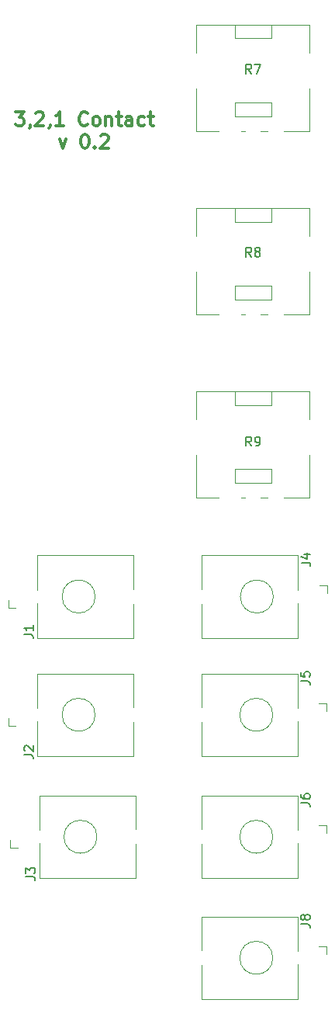
<source format=gbr>
%TF.GenerationSoftware,KiCad,Pcbnew,(6.0.4-0)*%
%TF.CreationDate,2022-12-21T08:50:29-08:00*%
%TF.ProjectId,contact,636f6e74-6163-4742-9e6b-696361645f70,rev?*%
%TF.SameCoordinates,Original*%
%TF.FileFunction,Legend,Top*%
%TF.FilePolarity,Positive*%
%FSLAX46Y46*%
G04 Gerber Fmt 4.6, Leading zero omitted, Abs format (unit mm)*
G04 Created by KiCad (PCBNEW (6.0.4-0)) date 2022-12-21 08:50:29*
%MOMM*%
%LPD*%
G01*
G04 APERTURE LIST*
%ADD10C,0.300000*%
%ADD11C,0.150000*%
%ADD12C,0.120000*%
G04 APERTURE END LIST*
D10*
X150615000Y-48771071D02*
X151543571Y-48771071D01*
X151043571Y-49342500D01*
X151257857Y-49342500D01*
X151400714Y-49413928D01*
X151472142Y-49485357D01*
X151543571Y-49628214D01*
X151543571Y-49985357D01*
X151472142Y-50128214D01*
X151400714Y-50199642D01*
X151257857Y-50271071D01*
X150829285Y-50271071D01*
X150686428Y-50199642D01*
X150615000Y-50128214D01*
X152257857Y-50199642D02*
X152257857Y-50271071D01*
X152186428Y-50413928D01*
X152115000Y-50485357D01*
X152829285Y-48913928D02*
X152900714Y-48842500D01*
X153043571Y-48771071D01*
X153400714Y-48771071D01*
X153543571Y-48842500D01*
X153615000Y-48913928D01*
X153686428Y-49056785D01*
X153686428Y-49199642D01*
X153615000Y-49413928D01*
X152757857Y-50271071D01*
X153686428Y-50271071D01*
X154400714Y-50199642D02*
X154400714Y-50271071D01*
X154329285Y-50413928D01*
X154257857Y-50485357D01*
X155829285Y-50271071D02*
X154972142Y-50271071D01*
X155400714Y-50271071D02*
X155400714Y-48771071D01*
X155257857Y-48985357D01*
X155115000Y-49128214D01*
X154972142Y-49199642D01*
X158472142Y-50128214D02*
X158400714Y-50199642D01*
X158186428Y-50271071D01*
X158043571Y-50271071D01*
X157829285Y-50199642D01*
X157686428Y-50056785D01*
X157615000Y-49913928D01*
X157543571Y-49628214D01*
X157543571Y-49413928D01*
X157615000Y-49128214D01*
X157686428Y-48985357D01*
X157829285Y-48842500D01*
X158043571Y-48771071D01*
X158186428Y-48771071D01*
X158400714Y-48842500D01*
X158472142Y-48913928D01*
X159329285Y-50271071D02*
X159186428Y-50199642D01*
X159115000Y-50128214D01*
X159043571Y-49985357D01*
X159043571Y-49556785D01*
X159115000Y-49413928D01*
X159186428Y-49342500D01*
X159329285Y-49271071D01*
X159543571Y-49271071D01*
X159686428Y-49342500D01*
X159757857Y-49413928D01*
X159829285Y-49556785D01*
X159829285Y-49985357D01*
X159757857Y-50128214D01*
X159686428Y-50199642D01*
X159543571Y-50271071D01*
X159329285Y-50271071D01*
X160472142Y-49271071D02*
X160472142Y-50271071D01*
X160472142Y-49413928D02*
X160543571Y-49342500D01*
X160686428Y-49271071D01*
X160900714Y-49271071D01*
X161043571Y-49342500D01*
X161115000Y-49485357D01*
X161115000Y-50271071D01*
X161615000Y-49271071D02*
X162186428Y-49271071D01*
X161829285Y-48771071D02*
X161829285Y-50056785D01*
X161900714Y-50199642D01*
X162043571Y-50271071D01*
X162186428Y-50271071D01*
X163329285Y-50271071D02*
X163329285Y-49485357D01*
X163257857Y-49342500D01*
X163115000Y-49271071D01*
X162829285Y-49271071D01*
X162686428Y-49342500D01*
X163329285Y-50199642D02*
X163186428Y-50271071D01*
X162829285Y-50271071D01*
X162686428Y-50199642D01*
X162615000Y-50056785D01*
X162615000Y-49913928D01*
X162686428Y-49771071D01*
X162829285Y-49699642D01*
X163186428Y-49699642D01*
X163329285Y-49628214D01*
X164686428Y-50199642D02*
X164543571Y-50271071D01*
X164257857Y-50271071D01*
X164115000Y-50199642D01*
X164043571Y-50128214D01*
X163972142Y-49985357D01*
X163972142Y-49556785D01*
X164043571Y-49413928D01*
X164115000Y-49342500D01*
X164257857Y-49271071D01*
X164543571Y-49271071D01*
X164686428Y-49342500D01*
X165115000Y-49271071D02*
X165686428Y-49271071D01*
X165329285Y-48771071D02*
X165329285Y-50056785D01*
X165400714Y-50199642D01*
X165543571Y-50271071D01*
X165686428Y-50271071D01*
X155400714Y-51686071D02*
X155757857Y-52686071D01*
X156115000Y-51686071D01*
X158115000Y-51186071D02*
X158257857Y-51186071D01*
X158400714Y-51257500D01*
X158472142Y-51328928D01*
X158543571Y-51471785D01*
X158615000Y-51757500D01*
X158615000Y-52114642D01*
X158543571Y-52400357D01*
X158472142Y-52543214D01*
X158400714Y-52614642D01*
X158257857Y-52686071D01*
X158115000Y-52686071D01*
X157972142Y-52614642D01*
X157900714Y-52543214D01*
X157829285Y-52400357D01*
X157757857Y-52114642D01*
X157757857Y-51757500D01*
X157829285Y-51471785D01*
X157900714Y-51328928D01*
X157972142Y-51257500D01*
X158115000Y-51186071D01*
X159257857Y-52543214D02*
X159329285Y-52614642D01*
X159257857Y-52686071D01*
X159186428Y-52614642D01*
X159257857Y-52543214D01*
X159257857Y-52686071D01*
X159900714Y-51328928D02*
X159972142Y-51257500D01*
X160115000Y-51186071D01*
X160472142Y-51186071D01*
X160615000Y-51257500D01*
X160686428Y-51328928D01*
X160757857Y-51471785D01*
X160757857Y-51614642D01*
X160686428Y-51828928D01*
X159829285Y-52686071D01*
X160757857Y-52686071D01*
D11*
%TO.C,R7*%
X176363333Y-44557380D02*
X176030000Y-44081190D01*
X175791904Y-44557380D02*
X175791904Y-43557380D01*
X176172857Y-43557380D01*
X176268095Y-43605000D01*
X176315714Y-43652619D01*
X176363333Y-43747857D01*
X176363333Y-43890714D01*
X176315714Y-43985952D01*
X176268095Y-44033571D01*
X176172857Y-44081190D01*
X175791904Y-44081190D01*
X176696666Y-43557380D02*
X177363333Y-43557380D01*
X176934761Y-44557380D01*
%TO.C,J1*%
X151552380Y-105743333D02*
X152266666Y-105743333D01*
X152409523Y-105790952D01*
X152504761Y-105886190D01*
X152552380Y-106029047D01*
X152552380Y-106124285D01*
X152552380Y-104743333D02*
X152552380Y-105314761D01*
X152552380Y-105029047D02*
X151552380Y-105029047D01*
X151695238Y-105124285D01*
X151790476Y-105219523D01*
X151838095Y-105314761D01*
%TO.C,J5*%
X181752380Y-110803333D02*
X182466666Y-110803333D01*
X182609523Y-110850952D01*
X182704761Y-110946190D01*
X182752380Y-111089047D01*
X182752380Y-111184285D01*
X181752380Y-109850952D02*
X181752380Y-110327142D01*
X182228571Y-110374761D01*
X182180952Y-110327142D01*
X182133333Y-110231904D01*
X182133333Y-109993809D01*
X182180952Y-109898571D01*
X182228571Y-109850952D01*
X182323809Y-109803333D01*
X182561904Y-109803333D01*
X182657142Y-109850952D01*
X182704761Y-109898571D01*
X182752380Y-109993809D01*
X182752380Y-110231904D01*
X182704761Y-110327142D01*
X182657142Y-110374761D01*
%TO.C,R8*%
X176363333Y-64547380D02*
X176030000Y-64071190D01*
X175791904Y-64547380D02*
X175791904Y-63547380D01*
X176172857Y-63547380D01*
X176268095Y-63595000D01*
X176315714Y-63642619D01*
X176363333Y-63737857D01*
X176363333Y-63880714D01*
X176315714Y-63975952D01*
X176268095Y-64023571D01*
X176172857Y-64071190D01*
X175791904Y-64071190D01*
X176934761Y-63975952D02*
X176839523Y-63928333D01*
X176791904Y-63880714D01*
X176744285Y-63785476D01*
X176744285Y-63737857D01*
X176791904Y-63642619D01*
X176839523Y-63595000D01*
X176934761Y-63547380D01*
X177125238Y-63547380D01*
X177220476Y-63595000D01*
X177268095Y-63642619D01*
X177315714Y-63737857D01*
X177315714Y-63785476D01*
X177268095Y-63880714D01*
X177220476Y-63928333D01*
X177125238Y-63975952D01*
X176934761Y-63975952D01*
X176839523Y-64023571D01*
X176791904Y-64071190D01*
X176744285Y-64166428D01*
X176744285Y-64356904D01*
X176791904Y-64452142D01*
X176839523Y-64499761D01*
X176934761Y-64547380D01*
X177125238Y-64547380D01*
X177220476Y-64499761D01*
X177268095Y-64452142D01*
X177315714Y-64356904D01*
X177315714Y-64166428D01*
X177268095Y-64071190D01*
X177220476Y-64023571D01*
X177125238Y-63975952D01*
%TO.C,J6*%
X181752380Y-124103333D02*
X182466666Y-124103333D01*
X182609523Y-124150952D01*
X182704761Y-124246190D01*
X182752380Y-124389047D01*
X182752380Y-124484285D01*
X181752380Y-123198571D02*
X181752380Y-123389047D01*
X181800000Y-123484285D01*
X181847619Y-123531904D01*
X181990476Y-123627142D01*
X182180952Y-123674761D01*
X182561904Y-123674761D01*
X182657142Y-123627142D01*
X182704761Y-123579523D01*
X182752380Y-123484285D01*
X182752380Y-123293809D01*
X182704761Y-123198571D01*
X182657142Y-123150952D01*
X182561904Y-123103333D01*
X182323809Y-123103333D01*
X182228571Y-123150952D01*
X182180952Y-123198571D01*
X182133333Y-123293809D01*
X182133333Y-123484285D01*
X182180952Y-123579523D01*
X182228571Y-123627142D01*
X182323809Y-123674761D01*
%TO.C,J4*%
X181812380Y-97903333D02*
X182526666Y-97903333D01*
X182669523Y-97950952D01*
X182764761Y-98046190D01*
X182812380Y-98189047D01*
X182812380Y-98284285D01*
X182145714Y-96998571D02*
X182812380Y-96998571D01*
X181764761Y-97236666D02*
X182479047Y-97474761D01*
X182479047Y-96855714D01*
%TO.C,J2*%
X151552380Y-118863333D02*
X152266666Y-118863333D01*
X152409523Y-118910952D01*
X152504761Y-119006190D01*
X152552380Y-119149047D01*
X152552380Y-119244285D01*
X151647619Y-118434761D02*
X151600000Y-118387142D01*
X151552380Y-118291904D01*
X151552380Y-118053809D01*
X151600000Y-117958571D01*
X151647619Y-117910952D01*
X151742857Y-117863333D01*
X151838095Y-117863333D01*
X151980952Y-117910952D01*
X152552380Y-118482380D01*
X152552380Y-117863333D01*
%TO.C,R9*%
X176363333Y-85182380D02*
X176030000Y-84706190D01*
X175791904Y-85182380D02*
X175791904Y-84182380D01*
X176172857Y-84182380D01*
X176268095Y-84230000D01*
X176315714Y-84277619D01*
X176363333Y-84372857D01*
X176363333Y-84515714D01*
X176315714Y-84610952D01*
X176268095Y-84658571D01*
X176172857Y-84706190D01*
X175791904Y-84706190D01*
X176839523Y-85182380D02*
X177030000Y-85182380D01*
X177125238Y-85134761D01*
X177172857Y-85087142D01*
X177268095Y-84944285D01*
X177315714Y-84753809D01*
X177315714Y-84372857D01*
X177268095Y-84277619D01*
X177220476Y-84230000D01*
X177125238Y-84182380D01*
X176934761Y-84182380D01*
X176839523Y-84230000D01*
X176791904Y-84277619D01*
X176744285Y-84372857D01*
X176744285Y-84610952D01*
X176791904Y-84706190D01*
X176839523Y-84753809D01*
X176934761Y-84801428D01*
X177125238Y-84801428D01*
X177220476Y-84753809D01*
X177268095Y-84706190D01*
X177315714Y-84610952D01*
%TO.C,J3*%
X151752380Y-132163333D02*
X152466666Y-132163333D01*
X152609523Y-132210952D01*
X152704761Y-132306190D01*
X152752380Y-132449047D01*
X152752380Y-132544285D01*
X151752380Y-131782380D02*
X151752380Y-131163333D01*
X152133333Y-131496666D01*
X152133333Y-131353809D01*
X152180952Y-131258571D01*
X152228571Y-131210952D01*
X152323809Y-131163333D01*
X152561904Y-131163333D01*
X152657142Y-131210952D01*
X152704761Y-131258571D01*
X152752380Y-131353809D01*
X152752380Y-131639523D01*
X152704761Y-131734761D01*
X152657142Y-131782380D01*
%TO.C,J8*%
X181752380Y-137303333D02*
X182466666Y-137303333D01*
X182609523Y-137350952D01*
X182704761Y-137446190D01*
X182752380Y-137589047D01*
X182752380Y-137684285D01*
X182180952Y-136684285D02*
X182133333Y-136779523D01*
X182085714Y-136827142D01*
X181990476Y-136874761D01*
X181942857Y-136874761D01*
X181847619Y-136827142D01*
X181800000Y-136779523D01*
X181752380Y-136684285D01*
X181752380Y-136493809D01*
X181800000Y-136398571D01*
X181847619Y-136350952D01*
X181942857Y-136303333D01*
X181990476Y-136303333D01*
X182085714Y-136350952D01*
X182133333Y-136398571D01*
X182180952Y-136493809D01*
X182180952Y-136684285D01*
X182228571Y-136779523D01*
X182276190Y-136827142D01*
X182371428Y-136874761D01*
X182561904Y-136874761D01*
X182657142Y-136827142D01*
X182704761Y-136779523D01*
X182752380Y-136684285D01*
X182752380Y-136493809D01*
X182704761Y-136398571D01*
X182657142Y-136350952D01*
X182561904Y-136303333D01*
X182371428Y-136303333D01*
X182276190Y-136350952D01*
X182228571Y-136398571D01*
X182180952Y-136493809D01*
D12*
%TO.C,R7*%
X182700000Y-42270000D02*
X182700000Y-39255000D01*
X177401000Y-50845000D02*
X178160000Y-50845000D01*
X170360000Y-39255000D02*
X182700000Y-39255000D01*
X170360000Y-50845000D02*
X172830000Y-50845000D01*
X182700000Y-50845000D02*
X182700000Y-46179000D01*
X179900000Y-50845000D02*
X182700000Y-50845000D01*
X175230000Y-50845000D02*
X175660000Y-50845000D01*
X170360000Y-50845000D02*
X170360000Y-46179000D01*
X170360000Y-42270000D02*
X170360000Y-39255000D01*
X174530000Y-40725000D02*
X178530000Y-40725000D01*
X178530000Y-40725000D02*
X178530000Y-39225000D01*
X178530000Y-39225000D02*
X174530000Y-39225000D01*
X174530000Y-39225000D02*
X174530000Y-40725000D01*
X174530000Y-49225000D02*
X178530000Y-49225000D01*
X178530000Y-49225000D02*
X178530000Y-47725000D01*
X178530000Y-47725000D02*
X174530000Y-47725000D01*
X174530000Y-47725000D02*
X174530000Y-49225000D01*
%TO.C,J1*%
X153000000Y-102320000D02*
X153000000Y-106100000D01*
X163500000Y-102400000D02*
X163500000Y-106100000D01*
X163500000Y-97100000D02*
X163500000Y-100800000D01*
X153000000Y-106100000D02*
X163500000Y-106100000D01*
X153000000Y-97100000D02*
X153000000Y-100880000D01*
X149850000Y-102830000D02*
X149850000Y-101970000D01*
X153000000Y-97100000D02*
X163500000Y-97100000D01*
X149850000Y-102830000D02*
X150650000Y-102830000D01*
X159300000Y-101600000D02*
G75*
G03*
X159300000Y-101600000I-1800000J0D01*
G01*
%TO.C,J5*%
X178700000Y-114500000D02*
G75*
G03*
X178700000Y-114500000I-1800000J0D01*
G01*
X184550000Y-113270000D02*
X184550000Y-114130000D01*
X181400000Y-110000000D02*
X170900000Y-110000000D01*
X181400000Y-119000000D02*
X170900000Y-119000000D01*
X181400000Y-119000000D02*
X181400000Y-115220000D01*
X181400000Y-113780000D02*
X181400000Y-110000000D01*
X170900000Y-113700000D02*
X170900000Y-110000000D01*
X170900000Y-119000000D02*
X170900000Y-115300000D01*
X184550000Y-113270000D02*
X183750000Y-113270000D01*
%TO.C,R8*%
X170360000Y-70845000D02*
X170360000Y-66179000D01*
X179900000Y-70845000D02*
X182700000Y-70845000D01*
X182700000Y-62270000D02*
X182700000Y-59255000D01*
X177401000Y-70845000D02*
X178160000Y-70845000D01*
X182700000Y-70845000D02*
X182700000Y-66179000D01*
X170360000Y-59255000D02*
X182700000Y-59255000D01*
X170360000Y-62270000D02*
X170360000Y-59255000D01*
X175230000Y-70845000D02*
X175660000Y-70845000D01*
X170360000Y-70845000D02*
X172830000Y-70845000D01*
X174530000Y-60725000D02*
X178530000Y-60725000D01*
X178530000Y-60725000D02*
X178530000Y-59225000D01*
X178530000Y-59225000D02*
X174530000Y-59225000D01*
X174530000Y-59225000D02*
X174530000Y-60725000D01*
X174530000Y-69225000D02*
X178530000Y-69225000D01*
X178530000Y-69225000D02*
X178530000Y-67725000D01*
X178530000Y-67725000D02*
X174530000Y-67725000D01*
X174530000Y-67725000D02*
X174530000Y-69225000D01*
%TO.C,J6*%
X178700000Y-127800000D02*
G75*
G03*
X178700000Y-127800000I-1800000J0D01*
G01*
X170900000Y-127000000D02*
X170900000Y-123300000D01*
X181400000Y-127080000D02*
X181400000Y-123300000D01*
X170900000Y-132300000D02*
X170900000Y-128600000D01*
X184550000Y-126570000D02*
X183750000Y-126570000D01*
X184550000Y-126570000D02*
X184550000Y-127430000D01*
X181400000Y-123300000D02*
X170900000Y-123300000D01*
X181400000Y-132300000D02*
X181400000Y-128520000D01*
X181400000Y-132300000D02*
X170900000Y-132300000D01*
%TO.C,J4*%
X181460000Y-97100000D02*
X170960000Y-97100000D01*
X170960000Y-100800000D02*
X170960000Y-97100000D01*
X181460000Y-106100000D02*
X170960000Y-106100000D01*
X170960000Y-106100000D02*
X170960000Y-102400000D01*
X184610000Y-100370000D02*
X184610000Y-101230000D01*
X181460000Y-106100000D02*
X181460000Y-102320000D01*
X184610000Y-100370000D02*
X183810000Y-100370000D01*
X181460000Y-100880000D02*
X181460000Y-97100000D01*
X178760000Y-101600000D02*
G75*
G03*
X178760000Y-101600000I-1800000J0D01*
G01*
%TO.C,J2*%
X159300000Y-114500000D02*
G75*
G03*
X159300000Y-114500000I-1800000J0D01*
G01*
X149850000Y-115730000D02*
X150650000Y-115730000D01*
X163500000Y-115300000D02*
X163500000Y-119000000D01*
X153000000Y-119000000D02*
X163500000Y-119000000D01*
X153000000Y-110000000D02*
X163500000Y-110000000D01*
X153000000Y-110000000D02*
X153000000Y-113780000D01*
X149850000Y-115730000D02*
X149850000Y-114870000D01*
X163500000Y-110000000D02*
X163500000Y-113700000D01*
X153000000Y-115220000D02*
X153000000Y-119000000D01*
%TO.C,R9*%
X170360000Y-90845000D02*
X172830000Y-90845000D01*
X175230000Y-90845000D02*
X175660000Y-90845000D01*
X182700000Y-90845000D02*
X182700000Y-86179000D01*
X179900000Y-90845000D02*
X182700000Y-90845000D01*
X170360000Y-79255000D02*
X182700000Y-79255000D01*
X182700000Y-82270000D02*
X182700000Y-79255000D01*
X170360000Y-82270000D02*
X170360000Y-79255000D01*
X177401000Y-90845000D02*
X178160000Y-90845000D01*
X170360000Y-90845000D02*
X170360000Y-86179000D01*
X174530000Y-80725000D02*
X178530000Y-80725000D01*
X178530000Y-80725000D02*
X178530000Y-79225000D01*
X178530000Y-79225000D02*
X174530000Y-79225000D01*
X174530000Y-79225000D02*
X174530000Y-80725000D01*
X174530000Y-89225000D02*
X178530000Y-89225000D01*
X178530000Y-89225000D02*
X178530000Y-87725000D01*
X178530000Y-87725000D02*
X174530000Y-87725000D01*
X174530000Y-87725000D02*
X174530000Y-89225000D01*
%TO.C,J3*%
X153200000Y-128520000D02*
X153200000Y-132300000D01*
X153200000Y-123300000D02*
X153200000Y-127080000D01*
X153200000Y-132300000D02*
X163700000Y-132300000D01*
X150050000Y-129030000D02*
X150850000Y-129030000D01*
X163700000Y-128600000D02*
X163700000Y-132300000D01*
X150050000Y-129030000D02*
X150050000Y-128170000D01*
X153200000Y-123300000D02*
X163700000Y-123300000D01*
X163700000Y-123300000D02*
X163700000Y-127000000D01*
X159500000Y-127800000D02*
G75*
G03*
X159500000Y-127800000I-1800000J0D01*
G01*
%TO.C,J8*%
X181400000Y-140280000D02*
X181400000Y-136500000D01*
X170900000Y-140200000D02*
X170900000Y-136500000D01*
X184550000Y-139770000D02*
X184550000Y-140630000D01*
X170900000Y-145500000D02*
X170900000Y-141800000D01*
X181400000Y-145500000D02*
X181400000Y-141720000D01*
X181400000Y-136500000D02*
X170900000Y-136500000D01*
X184550000Y-139770000D02*
X183750000Y-139770000D01*
X181400000Y-145500000D02*
X170900000Y-145500000D01*
X178700000Y-141000000D02*
G75*
G03*
X178700000Y-141000000I-1800000J0D01*
G01*
%TD*%
M02*

</source>
